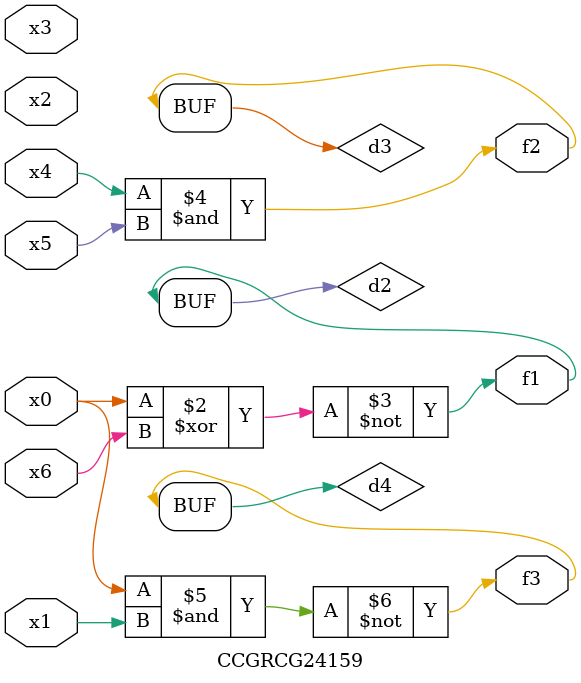
<source format=v>
module CCGRCG24159(
	input x0, x1, x2, x3, x4, x5, x6,
	output f1, f2, f3
);

	wire d1, d2, d3, d4;

	nor (d1, x0);
	xnor (d2, x0, x6);
	and (d3, x4, x5);
	nand (d4, x0, x1);
	assign f1 = d2;
	assign f2 = d3;
	assign f3 = d4;
endmodule

</source>
